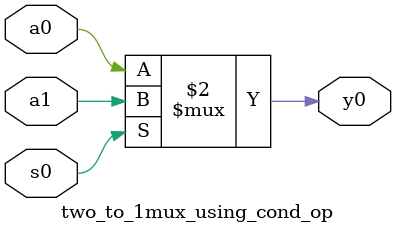
<source format=v>
`timescale 1ns / 1ps


module two_to_1mux_using_cond_op(
input a0,a1,
input s0,
output y0);

assign y0=(s0==0)?a0:a1;


endmodule

</source>
